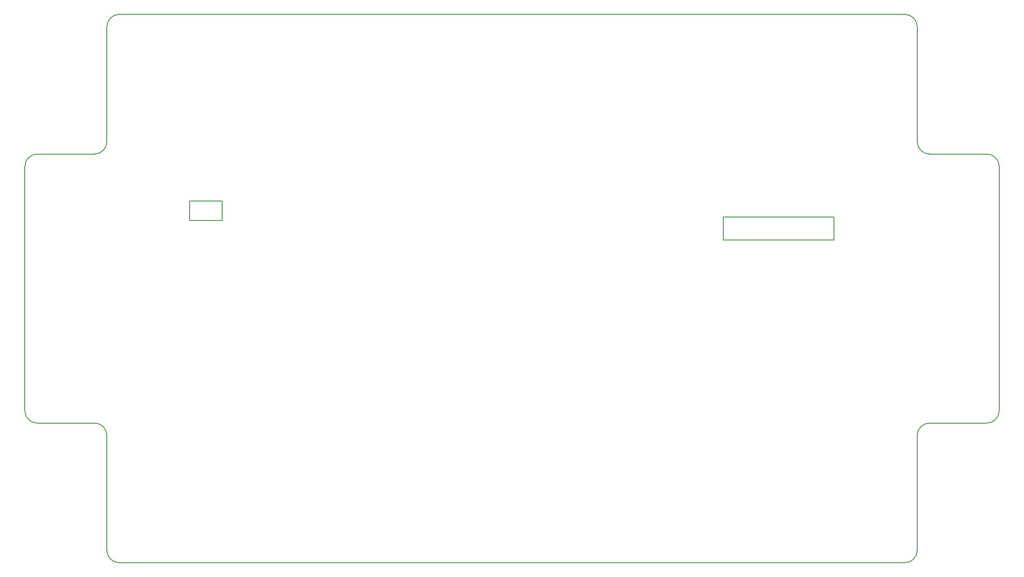
<source format=gm1>
G04 #@! TF.GenerationSoftware,KiCad,Pcbnew,(5.1.4-0-10_14)*
G04 #@! TF.CreationDate,2019-11-12T20:44:58-08:00*
G04 #@! TF.ProjectId,croptop,63726f70-746f-4702-9e6b-696361645f70,rev?*
G04 #@! TF.SameCoordinates,Original*
G04 #@! TF.FileFunction,Profile,NP*
%FSLAX46Y46*%
G04 Gerber Fmt 4.6, Leading zero omitted, Abs format (unit mm)*
G04 Created by KiCad (PCBNEW (5.1.4-0-10_14)) date 2019-11-12 20:44:58*
%MOMM*%
%LPD*%
G04 APERTURE LIST*
%ADD10C,0.200000*%
G04 APERTURE END LIST*
D10*
X70739000Y-162179000D02*
G75*
G02X68326000Y-159766000I0J2413000D01*
G01*
X226441000Y-159766000D02*
G75*
G02X224028000Y-162179000I-2413000J0D01*
G01*
X226441000Y-137287000D02*
G75*
G02X228854000Y-134874000I2413000J0D01*
G01*
X242443000Y-132461000D02*
G75*
G02X240030000Y-134874000I-2413000J0D01*
G01*
X240030000Y-82296000D02*
G75*
G02X242443000Y-84709000I0J-2413000D01*
G01*
X228854000Y-82296000D02*
G75*
G02X226441000Y-79883000I0J2413000D01*
G01*
X224028000Y-54991000D02*
G75*
G02X226441000Y-57404000I0J-2413000D01*
G01*
X68326000Y-57404000D02*
G75*
G02X70739000Y-54991000I2413000J0D01*
G01*
X68326000Y-79883000D02*
G75*
G02X65913000Y-82296000I-2413000J0D01*
G01*
X52324000Y-84709000D02*
G75*
G02X54737000Y-82296000I2413000J0D01*
G01*
X54737000Y-134874000D02*
G75*
G02X52324000Y-132461000I0J2413000D01*
G01*
X65913000Y-134874000D02*
G75*
G02X68326000Y-137287000I0J-2413000D01*
G01*
X226441000Y-137287000D02*
X226441000Y-159766000D01*
X226441000Y-57404000D02*
X226441000Y-79883000D01*
X68326000Y-79883000D02*
X68326000Y-57404000D01*
X68326000Y-137287000D02*
X68326000Y-159766000D01*
X242443000Y-132461000D02*
X242443000Y-84709000D01*
X228854000Y-82296000D02*
X240030000Y-82296000D01*
X224028000Y-162179000D02*
X70739000Y-162179000D01*
X228854000Y-134874000D02*
X240030000Y-134874000D01*
X52324000Y-84709000D02*
X52324000Y-132461000D01*
X65913000Y-134874000D02*
X54737000Y-134874000D01*
X65913000Y-82296000D02*
X54737000Y-82296000D01*
X70739000Y-54991000D02*
X224028000Y-54991000D01*
X90805000Y-91440000D02*
X90805000Y-95250000D01*
X84455000Y-95250000D02*
X84455000Y-91440000D01*
X90805000Y-95250000D02*
X84455000Y-95250000D01*
X84455000Y-91440000D02*
X90805000Y-91440000D01*
X210185000Y-94615000D02*
X188595000Y-94615000D01*
X210185000Y-99060000D02*
X210185000Y-94615000D01*
X188595000Y-99060000D02*
X210185000Y-99060000D01*
X188595000Y-94615000D02*
X188595000Y-99060000D01*
M02*

</source>
